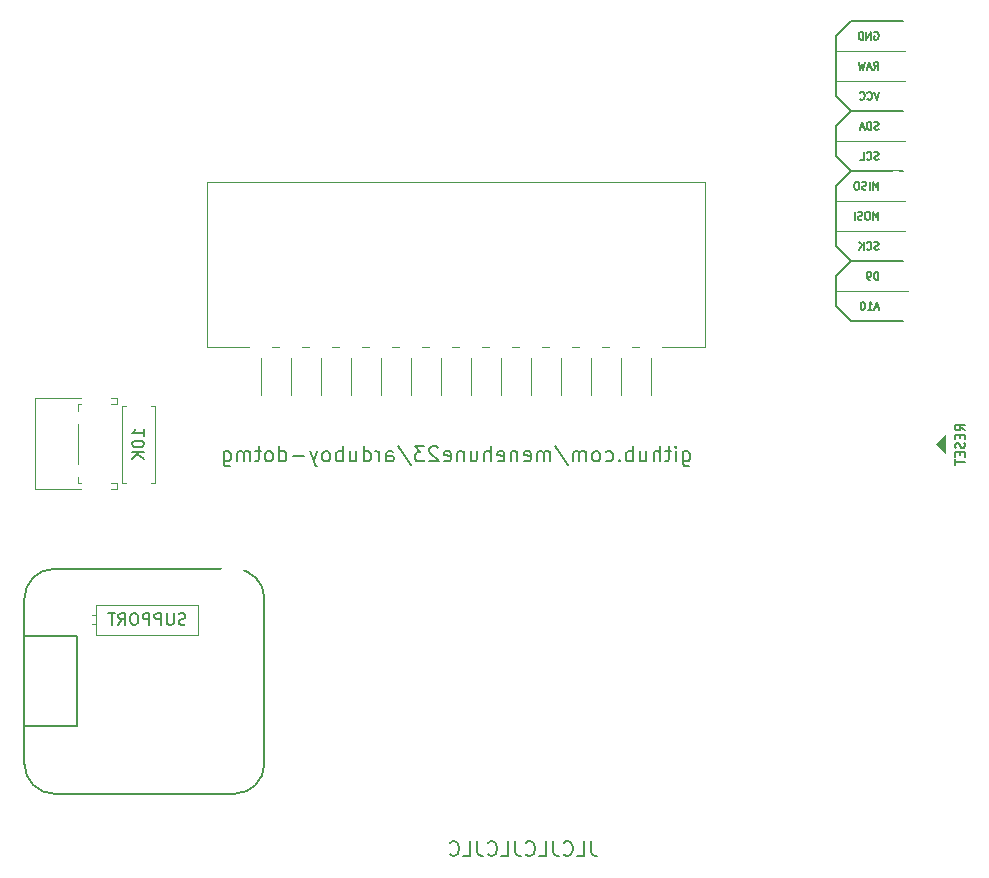
<source format=gbr>
G04 #@! TF.GenerationSoftware,KiCad,Pcbnew,(5.1.9-0-10_14)*
G04 #@! TF.CreationDate,2021-07-12T01:18:58-07:00*
G04 #@! TF.ProjectId,system,73797374-656d-42e6-9b69-6361645f7063,1.0-dev6*
G04 #@! TF.SameCoordinates,Original*
G04 #@! TF.FileFunction,Legend,Bot*
G04 #@! TF.FilePolarity,Positive*
%FSLAX46Y46*%
G04 Gerber Fmt 4.6, Leading zero omitted, Abs format (unit mm)*
G04 Created by KiCad (PCBNEW (5.1.9-0-10_14)) date 2021-07-12 01:18:58*
%MOMM*%
%LPD*%
G01*
G04 APERTURE LIST*
%ADD10C,0.200000*%
%ADD11C,0.196850*%
%ADD12C,0.150000*%
%ADD13C,0.100000*%
%ADD14C,0.120000*%
%ADD15C,0.127000*%
%ADD16O,1.801600X1.801600*%
%ADD17C,1.801600*%
%ADD18C,1.851600*%
%ADD19C,2.101600*%
%ADD20C,3.851600*%
%ADD21C,1.401600*%
%ADD22C,0.609600*%
%ADD23C,5.501599*%
%ADD24C,5.501600*%
%ADD25C,1.701600*%
%ADD26O,1.701600X1.701600*%
%ADD27C,1.625600*%
%ADD28C,2.201600*%
G04 APERTURE END LIST*
D10*
X151107238Y-151715476D02*
X151107238Y-152608333D01*
X151166761Y-152786904D01*
X151285809Y-152905952D01*
X151464380Y-152965476D01*
X151583428Y-152965476D01*
X149916761Y-152965476D02*
X150512000Y-152965476D01*
X150512000Y-151715476D01*
X148785809Y-152846428D02*
X148845333Y-152905952D01*
X149023904Y-152965476D01*
X149142952Y-152965476D01*
X149321523Y-152905952D01*
X149440571Y-152786904D01*
X149500095Y-152667857D01*
X149559619Y-152429761D01*
X149559619Y-152251190D01*
X149500095Y-152013095D01*
X149440571Y-151894047D01*
X149321523Y-151775000D01*
X149142952Y-151715476D01*
X149023904Y-151715476D01*
X148845333Y-151775000D01*
X148785809Y-151834523D01*
X147892952Y-151715476D02*
X147892952Y-152608333D01*
X147952476Y-152786904D01*
X148071523Y-152905952D01*
X148250095Y-152965476D01*
X148369142Y-152965476D01*
X146702476Y-152965476D02*
X147297714Y-152965476D01*
X147297714Y-151715476D01*
X145571523Y-152846428D02*
X145631047Y-152905952D01*
X145809619Y-152965476D01*
X145928666Y-152965476D01*
X146107238Y-152905952D01*
X146226285Y-152786904D01*
X146285809Y-152667857D01*
X146345333Y-152429761D01*
X146345333Y-152251190D01*
X146285809Y-152013095D01*
X146226285Y-151894047D01*
X146107238Y-151775000D01*
X145928666Y-151715476D01*
X145809619Y-151715476D01*
X145631047Y-151775000D01*
X145571523Y-151834523D01*
X144678666Y-151715476D02*
X144678666Y-152608333D01*
X144738190Y-152786904D01*
X144857238Y-152905952D01*
X145035809Y-152965476D01*
X145154857Y-152965476D01*
X143488190Y-152965476D02*
X144083428Y-152965476D01*
X144083428Y-151715476D01*
X142357238Y-152846428D02*
X142416761Y-152905952D01*
X142595333Y-152965476D01*
X142714380Y-152965476D01*
X142892952Y-152905952D01*
X143012000Y-152786904D01*
X143071523Y-152667857D01*
X143131047Y-152429761D01*
X143131047Y-152251190D01*
X143071523Y-152013095D01*
X143012000Y-151894047D01*
X142892952Y-151775000D01*
X142714380Y-151715476D01*
X142595333Y-151715476D01*
X142416761Y-151775000D01*
X142357238Y-151834523D01*
X141464380Y-151715476D02*
X141464380Y-152608333D01*
X141523904Y-152786904D01*
X141642952Y-152905952D01*
X141821523Y-152965476D01*
X141940571Y-152965476D01*
X140273904Y-152965476D02*
X140869142Y-152965476D01*
X140869142Y-151715476D01*
X139142952Y-152846428D02*
X139202476Y-152905952D01*
X139381047Y-152965476D01*
X139500095Y-152965476D01*
X139678666Y-152905952D01*
X139797714Y-152786904D01*
X139857238Y-152667857D01*
X139916761Y-152429761D01*
X139916761Y-152251190D01*
X139857238Y-152013095D01*
X139797714Y-151894047D01*
X139678666Y-151775000D01*
X139500095Y-151715476D01*
X139381047Y-151715476D01*
X139202476Y-151775000D01*
X139142952Y-151834523D01*
D11*
X158870952Y-118726857D02*
X158870952Y-119754952D01*
X158931428Y-119875904D01*
X158991904Y-119936380D01*
X159112857Y-119996857D01*
X159294285Y-119996857D01*
X159415238Y-119936380D01*
X158870952Y-119513047D02*
X158991904Y-119573523D01*
X159233809Y-119573523D01*
X159354761Y-119513047D01*
X159415238Y-119452571D01*
X159475714Y-119331619D01*
X159475714Y-118968761D01*
X159415238Y-118847809D01*
X159354761Y-118787333D01*
X159233809Y-118726857D01*
X158991904Y-118726857D01*
X158870952Y-118787333D01*
X158266190Y-119573523D02*
X158266190Y-118726857D01*
X158266190Y-118303523D02*
X158326666Y-118364000D01*
X158266190Y-118424476D01*
X158205714Y-118364000D01*
X158266190Y-118303523D01*
X158266190Y-118424476D01*
X157842857Y-118726857D02*
X157359047Y-118726857D01*
X157661428Y-118303523D02*
X157661428Y-119392095D01*
X157600952Y-119513047D01*
X157480000Y-119573523D01*
X157359047Y-119573523D01*
X156935714Y-119573523D02*
X156935714Y-118303523D01*
X156391428Y-119573523D02*
X156391428Y-118908285D01*
X156451904Y-118787333D01*
X156572857Y-118726857D01*
X156754285Y-118726857D01*
X156875238Y-118787333D01*
X156935714Y-118847809D01*
X155242380Y-118726857D02*
X155242380Y-119573523D01*
X155786666Y-118726857D02*
X155786666Y-119392095D01*
X155726190Y-119513047D01*
X155605238Y-119573523D01*
X155423809Y-119573523D01*
X155302857Y-119513047D01*
X155242380Y-119452571D01*
X154637619Y-119573523D02*
X154637619Y-118303523D01*
X154637619Y-118787333D02*
X154516666Y-118726857D01*
X154274761Y-118726857D01*
X154153809Y-118787333D01*
X154093333Y-118847809D01*
X154032857Y-118968761D01*
X154032857Y-119331619D01*
X154093333Y-119452571D01*
X154153809Y-119513047D01*
X154274761Y-119573523D01*
X154516666Y-119573523D01*
X154637619Y-119513047D01*
X153488571Y-119452571D02*
X153428095Y-119513047D01*
X153488571Y-119573523D01*
X153549047Y-119513047D01*
X153488571Y-119452571D01*
X153488571Y-119573523D01*
X152339523Y-119513047D02*
X152460476Y-119573523D01*
X152702380Y-119573523D01*
X152823333Y-119513047D01*
X152883809Y-119452571D01*
X152944285Y-119331619D01*
X152944285Y-118968761D01*
X152883809Y-118847809D01*
X152823333Y-118787333D01*
X152702380Y-118726857D01*
X152460476Y-118726857D01*
X152339523Y-118787333D01*
X151613809Y-119573523D02*
X151734761Y-119513047D01*
X151795238Y-119452571D01*
X151855714Y-119331619D01*
X151855714Y-118968761D01*
X151795238Y-118847809D01*
X151734761Y-118787333D01*
X151613809Y-118726857D01*
X151432380Y-118726857D01*
X151311428Y-118787333D01*
X151250952Y-118847809D01*
X151190476Y-118968761D01*
X151190476Y-119331619D01*
X151250952Y-119452571D01*
X151311428Y-119513047D01*
X151432380Y-119573523D01*
X151613809Y-119573523D01*
X150646190Y-119573523D02*
X150646190Y-118726857D01*
X150646190Y-118847809D02*
X150585714Y-118787333D01*
X150464761Y-118726857D01*
X150283333Y-118726857D01*
X150162380Y-118787333D01*
X150101904Y-118908285D01*
X150101904Y-119573523D01*
X150101904Y-118908285D02*
X150041428Y-118787333D01*
X149920476Y-118726857D01*
X149739047Y-118726857D01*
X149618095Y-118787333D01*
X149557619Y-118908285D01*
X149557619Y-119573523D01*
X148045714Y-118243047D02*
X149134285Y-119875904D01*
X147622380Y-119573523D02*
X147622380Y-118726857D01*
X147622380Y-118847809D02*
X147561904Y-118787333D01*
X147440952Y-118726857D01*
X147259523Y-118726857D01*
X147138571Y-118787333D01*
X147078095Y-118908285D01*
X147078095Y-119573523D01*
X147078095Y-118908285D02*
X147017619Y-118787333D01*
X146896666Y-118726857D01*
X146715238Y-118726857D01*
X146594285Y-118787333D01*
X146533809Y-118908285D01*
X146533809Y-119573523D01*
X145445238Y-119513047D02*
X145566190Y-119573523D01*
X145808095Y-119573523D01*
X145929047Y-119513047D01*
X145989523Y-119392095D01*
X145989523Y-118908285D01*
X145929047Y-118787333D01*
X145808095Y-118726857D01*
X145566190Y-118726857D01*
X145445238Y-118787333D01*
X145384761Y-118908285D01*
X145384761Y-119029238D01*
X145989523Y-119150190D01*
X144840476Y-118726857D02*
X144840476Y-119573523D01*
X144840476Y-118847809D02*
X144780000Y-118787333D01*
X144659047Y-118726857D01*
X144477619Y-118726857D01*
X144356666Y-118787333D01*
X144296190Y-118908285D01*
X144296190Y-119573523D01*
X143207619Y-119513047D02*
X143328571Y-119573523D01*
X143570476Y-119573523D01*
X143691428Y-119513047D01*
X143751904Y-119392095D01*
X143751904Y-118908285D01*
X143691428Y-118787333D01*
X143570476Y-118726857D01*
X143328571Y-118726857D01*
X143207619Y-118787333D01*
X143147142Y-118908285D01*
X143147142Y-119029238D01*
X143751904Y-119150190D01*
X142602857Y-119573523D02*
X142602857Y-118303523D01*
X142058571Y-119573523D02*
X142058571Y-118908285D01*
X142119047Y-118787333D01*
X142240000Y-118726857D01*
X142421428Y-118726857D01*
X142542380Y-118787333D01*
X142602857Y-118847809D01*
X140909523Y-118726857D02*
X140909523Y-119573523D01*
X141453809Y-118726857D02*
X141453809Y-119392095D01*
X141393333Y-119513047D01*
X141272380Y-119573523D01*
X141090952Y-119573523D01*
X140970000Y-119513047D01*
X140909523Y-119452571D01*
X140304761Y-118726857D02*
X140304761Y-119573523D01*
X140304761Y-118847809D02*
X140244285Y-118787333D01*
X140123333Y-118726857D01*
X139941904Y-118726857D01*
X139820952Y-118787333D01*
X139760476Y-118908285D01*
X139760476Y-119573523D01*
X138671904Y-119513047D02*
X138792857Y-119573523D01*
X139034761Y-119573523D01*
X139155714Y-119513047D01*
X139216190Y-119392095D01*
X139216190Y-118908285D01*
X139155714Y-118787333D01*
X139034761Y-118726857D01*
X138792857Y-118726857D01*
X138671904Y-118787333D01*
X138611428Y-118908285D01*
X138611428Y-119029238D01*
X139216190Y-119150190D01*
X138127619Y-118424476D02*
X138067142Y-118364000D01*
X137946190Y-118303523D01*
X137643809Y-118303523D01*
X137522857Y-118364000D01*
X137462380Y-118424476D01*
X137401904Y-118545428D01*
X137401904Y-118666380D01*
X137462380Y-118847809D01*
X138188095Y-119573523D01*
X137401904Y-119573523D01*
X136978571Y-118303523D02*
X136192380Y-118303523D01*
X136615714Y-118787333D01*
X136434285Y-118787333D01*
X136313333Y-118847809D01*
X136252857Y-118908285D01*
X136192380Y-119029238D01*
X136192380Y-119331619D01*
X136252857Y-119452571D01*
X136313333Y-119513047D01*
X136434285Y-119573523D01*
X136797142Y-119573523D01*
X136918095Y-119513047D01*
X136978571Y-119452571D01*
X134740952Y-118243047D02*
X135829523Y-119875904D01*
X133773333Y-119573523D02*
X133773333Y-118908285D01*
X133833809Y-118787333D01*
X133954761Y-118726857D01*
X134196666Y-118726857D01*
X134317619Y-118787333D01*
X133773333Y-119513047D02*
X133894285Y-119573523D01*
X134196666Y-119573523D01*
X134317619Y-119513047D01*
X134378095Y-119392095D01*
X134378095Y-119271142D01*
X134317619Y-119150190D01*
X134196666Y-119089714D01*
X133894285Y-119089714D01*
X133773333Y-119029238D01*
X133168571Y-119573523D02*
X133168571Y-118726857D01*
X133168571Y-118968761D02*
X133108095Y-118847809D01*
X133047619Y-118787333D01*
X132926666Y-118726857D01*
X132805714Y-118726857D01*
X131838095Y-119573523D02*
X131838095Y-118303523D01*
X131838095Y-119513047D02*
X131959047Y-119573523D01*
X132200952Y-119573523D01*
X132321904Y-119513047D01*
X132382380Y-119452571D01*
X132442857Y-119331619D01*
X132442857Y-118968761D01*
X132382380Y-118847809D01*
X132321904Y-118787333D01*
X132200952Y-118726857D01*
X131959047Y-118726857D01*
X131838095Y-118787333D01*
X130689047Y-118726857D02*
X130689047Y-119573523D01*
X131233333Y-118726857D02*
X131233333Y-119392095D01*
X131172857Y-119513047D01*
X131051904Y-119573523D01*
X130870476Y-119573523D01*
X130749523Y-119513047D01*
X130689047Y-119452571D01*
X130084285Y-119573523D02*
X130084285Y-118303523D01*
X130084285Y-118787333D02*
X129963333Y-118726857D01*
X129721428Y-118726857D01*
X129600476Y-118787333D01*
X129540000Y-118847809D01*
X129479523Y-118968761D01*
X129479523Y-119331619D01*
X129540000Y-119452571D01*
X129600476Y-119513047D01*
X129721428Y-119573523D01*
X129963333Y-119573523D01*
X130084285Y-119513047D01*
X128753809Y-119573523D02*
X128874761Y-119513047D01*
X128935238Y-119452571D01*
X128995714Y-119331619D01*
X128995714Y-118968761D01*
X128935238Y-118847809D01*
X128874761Y-118787333D01*
X128753809Y-118726857D01*
X128572380Y-118726857D01*
X128451428Y-118787333D01*
X128390952Y-118847809D01*
X128330476Y-118968761D01*
X128330476Y-119331619D01*
X128390952Y-119452571D01*
X128451428Y-119513047D01*
X128572380Y-119573523D01*
X128753809Y-119573523D01*
X127907142Y-118726857D02*
X127604761Y-119573523D01*
X127302380Y-118726857D02*
X127604761Y-119573523D01*
X127725714Y-119875904D01*
X127786190Y-119936380D01*
X127907142Y-119996857D01*
X126818571Y-119089714D02*
X125850952Y-119089714D01*
X124701904Y-119573523D02*
X124701904Y-118303523D01*
X124701904Y-119513047D02*
X124822857Y-119573523D01*
X125064761Y-119573523D01*
X125185714Y-119513047D01*
X125246190Y-119452571D01*
X125306666Y-119331619D01*
X125306666Y-118968761D01*
X125246190Y-118847809D01*
X125185714Y-118787333D01*
X125064761Y-118726857D01*
X124822857Y-118726857D01*
X124701904Y-118787333D01*
X123915714Y-119573523D02*
X124036666Y-119513047D01*
X124097142Y-119452571D01*
X124157619Y-119331619D01*
X124157619Y-118968761D01*
X124097142Y-118847809D01*
X124036666Y-118787333D01*
X123915714Y-118726857D01*
X123734285Y-118726857D01*
X123613333Y-118787333D01*
X123552857Y-118847809D01*
X123492380Y-118968761D01*
X123492380Y-119331619D01*
X123552857Y-119452571D01*
X123613333Y-119513047D01*
X123734285Y-119573523D01*
X123915714Y-119573523D01*
X123129523Y-118726857D02*
X122645714Y-118726857D01*
X122948095Y-118303523D02*
X122948095Y-119392095D01*
X122887619Y-119513047D01*
X122766666Y-119573523D01*
X122645714Y-119573523D01*
X122222380Y-119573523D02*
X122222380Y-118726857D01*
X122222380Y-118847809D02*
X122161904Y-118787333D01*
X122040952Y-118726857D01*
X121859523Y-118726857D01*
X121738571Y-118787333D01*
X121678095Y-118908285D01*
X121678095Y-119573523D01*
X121678095Y-118908285D02*
X121617619Y-118787333D01*
X121496666Y-118726857D01*
X121315238Y-118726857D01*
X121194285Y-118787333D01*
X121133809Y-118908285D01*
X121133809Y-119573523D01*
X119984761Y-118726857D02*
X119984761Y-119754952D01*
X120045238Y-119875904D01*
X120105714Y-119936380D01*
X120226666Y-119996857D01*
X120408095Y-119996857D01*
X120529047Y-119936380D01*
X119984761Y-119513047D02*
X120105714Y-119573523D01*
X120347619Y-119573523D01*
X120468571Y-119513047D01*
X120529047Y-119452571D01*
X120589523Y-119331619D01*
X120589523Y-118968761D01*
X120529047Y-118847809D01*
X120468571Y-118787333D01*
X120347619Y-118726857D01*
X120105714Y-118726857D01*
X119984761Y-118787333D01*
D12*
X182733904Y-116948095D02*
X182352952Y-116681428D01*
X182733904Y-116490952D02*
X181933904Y-116490952D01*
X181933904Y-116795714D01*
X181972000Y-116871904D01*
X182010095Y-116910000D01*
X182086285Y-116948095D01*
X182200571Y-116948095D01*
X182276761Y-116910000D01*
X182314857Y-116871904D01*
X182352952Y-116795714D01*
X182352952Y-116490952D01*
X182314857Y-117290952D02*
X182314857Y-117557619D01*
X182733904Y-117671904D02*
X182733904Y-117290952D01*
X181933904Y-117290952D01*
X181933904Y-117671904D01*
X182695809Y-117976666D02*
X182733904Y-118090952D01*
X182733904Y-118281428D01*
X182695809Y-118357619D01*
X182657714Y-118395714D01*
X182581523Y-118433809D01*
X182505333Y-118433809D01*
X182429142Y-118395714D01*
X182391047Y-118357619D01*
X182352952Y-118281428D01*
X182314857Y-118129047D01*
X182276761Y-118052857D01*
X182238666Y-118014761D01*
X182162476Y-117976666D01*
X182086285Y-117976666D01*
X182010095Y-118014761D01*
X181972000Y-118052857D01*
X181933904Y-118129047D01*
X181933904Y-118319523D01*
X181972000Y-118433809D01*
X182314857Y-118776666D02*
X182314857Y-119043333D01*
X182733904Y-119157619D02*
X182733904Y-118776666D01*
X181933904Y-118776666D01*
X181933904Y-119157619D01*
X181933904Y-119386190D02*
X181933904Y-119843333D01*
X182733904Y-119614761D02*
X181933904Y-119614761D01*
D13*
G36*
X181038500Y-118872000D02*
G01*
X180276500Y-118110000D01*
X181038500Y-117348000D01*
X181038500Y-118872000D01*
G37*
X181038500Y-118872000D02*
X180276500Y-118110000D01*
X181038500Y-117348000D01*
X181038500Y-118872000D01*
D14*
X117786000Y-134239000D02*
X109156000Y-134239000D01*
X109156000Y-133329000D02*
X108806000Y-133329000D01*
X109156000Y-132609000D02*
X108806000Y-132609000D01*
X117786000Y-131699000D02*
X109156000Y-131699000D01*
X109156000Y-134239000D02*
X109150000Y-131699000D01*
X117786000Y-134239000D02*
X117786000Y-131699000D01*
D13*
X171831000Y-84836000D02*
X177673000Y-84836000D01*
D12*
X173101000Y-107696000D02*
X177546000Y-107696000D01*
X171831000Y-106426000D02*
X171831000Y-103886000D01*
X171831000Y-101346000D02*
X171831000Y-96266000D01*
X173101000Y-102616000D02*
X171831000Y-101346000D01*
X173101000Y-94996000D02*
X171831000Y-96266000D01*
X173101000Y-94996000D02*
X177546000Y-94996000D01*
X173101000Y-94996000D02*
X171831000Y-93726000D01*
X173101000Y-89916000D02*
X177546000Y-89916000D01*
X171831000Y-93726000D02*
X171831000Y-91186000D01*
X173101000Y-89916000D02*
X171831000Y-91186000D01*
X173101000Y-89916000D02*
X171831000Y-88646000D01*
D13*
X171831000Y-105156000D02*
X177927000Y-105156000D01*
X171831000Y-100076000D02*
X177673000Y-100076000D01*
X171831000Y-97536000D02*
X177673000Y-97536000D01*
X171831000Y-92456000D02*
X177673000Y-92456000D01*
X171831000Y-87376000D02*
X177673000Y-87376000D01*
D12*
X173101000Y-102616000D02*
X177546000Y-102616000D01*
X173101000Y-102616000D02*
X171831000Y-103886000D01*
X173101000Y-107696000D02*
X171831000Y-106426000D01*
X173101000Y-82296000D02*
X171831000Y-83566000D01*
X171831000Y-88646000D02*
X171831000Y-83566000D01*
X173101000Y-82296000D02*
X177546000Y-82296000D01*
D14*
X160780000Y-95920000D02*
X118620000Y-95920000D01*
X118620000Y-109920000D02*
X118620000Y-95920000D01*
X123190000Y-115000000D02*
X123190000Y-109920000D01*
X125730000Y-115000000D02*
X125730000Y-109920000D01*
X128270000Y-115000000D02*
X128270000Y-109920000D01*
X130810000Y-115000000D02*
X130810000Y-109920000D01*
X133350000Y-115000000D02*
X133350000Y-109920000D01*
X135890000Y-115000000D02*
X135890000Y-109920000D01*
X138430000Y-115000000D02*
X138430000Y-109920000D01*
X140970000Y-115000000D02*
X140970000Y-109920000D01*
X143510000Y-115000000D02*
X143510000Y-109920000D01*
X146050000Y-115000000D02*
X146050000Y-109920000D01*
X148590000Y-115000000D02*
X148590000Y-109920000D01*
X151130000Y-115000000D02*
X151130000Y-109920000D01*
X153670000Y-115000000D02*
X153670000Y-109920000D01*
X156210000Y-115000000D02*
X156210000Y-109920000D01*
X160780000Y-109920000D02*
X118620000Y-109920000D01*
X160780000Y-109920000D02*
X160780000Y-95920000D01*
X114146000Y-121380000D02*
X113816000Y-121380000D01*
X114146000Y-114840000D02*
X114146000Y-121380000D01*
X113816000Y-114840000D02*
X114146000Y-114840000D01*
X111406000Y-121380000D02*
X111736000Y-121380000D01*
X111406000Y-114840000D02*
X111406000Y-121380000D01*
X111736000Y-114840000D02*
X111406000Y-114840000D01*
X107650000Y-116374000D02*
X107650000Y-119774000D01*
X107650000Y-114734000D02*
X107650000Y-115274000D01*
X110480000Y-121934000D02*
X110990000Y-121934000D01*
X110990000Y-121414000D02*
X110990000Y-121934000D01*
X110480000Y-121414000D02*
X110990000Y-121414000D01*
X107650000Y-120874000D02*
X107650000Y-121414000D01*
X110480000Y-114214000D02*
X110990000Y-114214000D01*
X110480000Y-114734000D02*
X110990000Y-114734000D01*
X107650000Y-121414000D02*
X107880000Y-121414000D01*
X103980000Y-114214000D02*
X107880000Y-114214000D01*
X110990000Y-114214000D02*
X110990000Y-114734000D01*
X103980000Y-121934000D02*
X107880000Y-121934000D01*
X103980000Y-114214000D02*
X103980000Y-121934000D01*
X107650000Y-114734000D02*
X107880000Y-114734000D01*
D12*
X107569000Y-134366000D02*
X103124000Y-134366000D01*
X107569000Y-141986000D02*
X107569000Y-134366000D01*
X103124000Y-141986000D02*
X107569000Y-141986000D01*
X120904000Y-147701000D02*
X105664000Y-147701000D01*
X120904000Y-128651000D02*
X105664000Y-128651000D01*
X103124000Y-145161000D02*
X103124000Y-131191000D01*
X123444000Y-145161000D02*
X123444000Y-131191000D01*
X120904000Y-147701000D02*
G75*
G03*
X123444000Y-145161000I0J2540000D01*
G01*
X103124000Y-145161000D02*
G75*
G03*
X105664000Y-147701000I2540000J0D01*
G01*
X105664000Y-128651000D02*
G75*
G03*
X103124000Y-131191000I0J-2540000D01*
G01*
X123444000Y-131191000D02*
G75*
G03*
X120904000Y-128651000I-2540000J0D01*
G01*
X116752285Y-133373761D02*
X116609428Y-133421380D01*
X116371333Y-133421380D01*
X116276095Y-133373761D01*
X116228476Y-133326142D01*
X116180857Y-133230904D01*
X116180857Y-133135666D01*
X116228476Y-133040428D01*
X116276095Y-132992809D01*
X116371333Y-132945190D01*
X116561809Y-132897571D01*
X116657047Y-132849952D01*
X116704666Y-132802333D01*
X116752285Y-132707095D01*
X116752285Y-132611857D01*
X116704666Y-132516619D01*
X116657047Y-132469000D01*
X116561809Y-132421380D01*
X116323714Y-132421380D01*
X116180857Y-132469000D01*
X115752285Y-132421380D02*
X115752285Y-133230904D01*
X115704666Y-133326142D01*
X115657047Y-133373761D01*
X115561809Y-133421380D01*
X115371333Y-133421380D01*
X115276095Y-133373761D01*
X115228476Y-133326142D01*
X115180857Y-133230904D01*
X115180857Y-132421380D01*
X114704666Y-133421380D02*
X114704666Y-132421380D01*
X114323714Y-132421380D01*
X114228476Y-132469000D01*
X114180857Y-132516619D01*
X114133238Y-132611857D01*
X114133238Y-132754714D01*
X114180857Y-132849952D01*
X114228476Y-132897571D01*
X114323714Y-132945190D01*
X114704666Y-132945190D01*
X113704666Y-133421380D02*
X113704666Y-132421380D01*
X113323714Y-132421380D01*
X113228476Y-132469000D01*
X113180857Y-132516619D01*
X113133238Y-132611857D01*
X113133238Y-132754714D01*
X113180857Y-132849952D01*
X113228476Y-132897571D01*
X113323714Y-132945190D01*
X113704666Y-132945190D01*
X112514190Y-132421380D02*
X112323714Y-132421380D01*
X112228476Y-132469000D01*
X112133238Y-132564238D01*
X112085619Y-132754714D01*
X112085619Y-133088047D01*
X112133238Y-133278523D01*
X112228476Y-133373761D01*
X112323714Y-133421380D01*
X112514190Y-133421380D01*
X112609428Y-133373761D01*
X112704666Y-133278523D01*
X112752285Y-133088047D01*
X112752285Y-132754714D01*
X112704666Y-132564238D01*
X112609428Y-132469000D01*
X112514190Y-132421380D01*
X111085619Y-133421380D02*
X111418952Y-132945190D01*
X111657047Y-133421380D02*
X111657047Y-132421380D01*
X111276095Y-132421380D01*
X111180857Y-132469000D01*
X111133238Y-132516619D01*
X111085619Y-132611857D01*
X111085619Y-132754714D01*
X111133238Y-132849952D01*
X111180857Y-132897571D01*
X111276095Y-132945190D01*
X111657047Y-132945190D01*
X110799904Y-132421380D02*
X110228476Y-132421380D01*
X110514190Y-133421380D02*
X110514190Y-132421380D01*
D15*
X175044402Y-86393261D02*
X175256069Y-86090880D01*
X175407259Y-86393261D02*
X175407259Y-85758261D01*
X175165354Y-85758261D01*
X175104878Y-85788500D01*
X175074640Y-85818738D01*
X175044402Y-85879214D01*
X175044402Y-85969928D01*
X175074640Y-86030404D01*
X175104878Y-86060642D01*
X175165354Y-86090880D01*
X175407259Y-86090880D01*
X174802497Y-86211833D02*
X174500116Y-86211833D01*
X174862973Y-86393261D02*
X174651307Y-85758261D01*
X174439640Y-86393261D01*
X174288450Y-85758261D02*
X174137259Y-86393261D01*
X174016307Y-85939690D01*
X173895354Y-86393261D01*
X173744164Y-85758261D01*
X175437497Y-106531833D02*
X175135116Y-106531833D01*
X175497973Y-106713261D02*
X175286307Y-106078261D01*
X175074640Y-106713261D01*
X174530354Y-106713261D02*
X174893211Y-106713261D01*
X174711783Y-106713261D02*
X174711783Y-106078261D01*
X174772259Y-106168976D01*
X174832735Y-106229452D01*
X174893211Y-106259690D01*
X174137259Y-106078261D02*
X174076783Y-106078261D01*
X174016307Y-106108500D01*
X173986069Y-106138738D01*
X173955830Y-106199214D01*
X173925592Y-106320166D01*
X173925592Y-106471357D01*
X173955830Y-106592309D01*
X173986069Y-106652785D01*
X174016307Y-106683023D01*
X174076783Y-106713261D01*
X174137259Y-106713261D01*
X174197735Y-106683023D01*
X174227973Y-106652785D01*
X174258211Y-106592309D01*
X174288450Y-106471357D01*
X174288450Y-106320166D01*
X174258211Y-106199214D01*
X174227973Y-106138738D01*
X174197735Y-106108500D01*
X174137259Y-106078261D01*
X175407259Y-104173261D02*
X175407259Y-103538261D01*
X175256069Y-103538261D01*
X175165354Y-103568500D01*
X175104878Y-103628976D01*
X175074640Y-103689452D01*
X175044402Y-103810404D01*
X175044402Y-103901119D01*
X175074640Y-104022071D01*
X175104878Y-104082547D01*
X175165354Y-104143023D01*
X175256069Y-104173261D01*
X175407259Y-104173261D01*
X174742021Y-104173261D02*
X174621069Y-104173261D01*
X174560592Y-104143023D01*
X174530354Y-104112785D01*
X174469878Y-104022071D01*
X174439640Y-103901119D01*
X174439640Y-103659214D01*
X174469878Y-103598738D01*
X174500116Y-103568500D01*
X174560592Y-103538261D01*
X174681545Y-103538261D01*
X174742021Y-103568500D01*
X174772259Y-103598738D01*
X174802497Y-103659214D01*
X174802497Y-103810404D01*
X174772259Y-103870880D01*
X174742021Y-103901119D01*
X174681545Y-103931357D01*
X174560592Y-103931357D01*
X174500116Y-103901119D01*
X174469878Y-103870880D01*
X174439640Y-103810404D01*
X175437497Y-93983023D02*
X175346783Y-94013261D01*
X175195592Y-94013261D01*
X175135116Y-93983023D01*
X175104878Y-93952785D01*
X175074640Y-93892309D01*
X175074640Y-93831833D01*
X175104878Y-93771357D01*
X175135116Y-93741119D01*
X175195592Y-93710880D01*
X175316545Y-93680642D01*
X175377021Y-93650404D01*
X175407259Y-93620166D01*
X175437497Y-93559690D01*
X175437497Y-93499214D01*
X175407259Y-93438738D01*
X175377021Y-93408500D01*
X175316545Y-93378261D01*
X175165354Y-93378261D01*
X175074640Y-93408500D01*
X174439640Y-93952785D02*
X174469878Y-93983023D01*
X174560592Y-94013261D01*
X174621069Y-94013261D01*
X174711783Y-93983023D01*
X174772259Y-93922547D01*
X174802497Y-93862071D01*
X174832735Y-93741119D01*
X174832735Y-93650404D01*
X174802497Y-93529452D01*
X174772259Y-93468976D01*
X174711783Y-93408500D01*
X174621069Y-93378261D01*
X174560592Y-93378261D01*
X174469878Y-93408500D01*
X174439640Y-93438738D01*
X173865116Y-94013261D02*
X174167497Y-94013261D01*
X174167497Y-93378261D01*
X175407259Y-96553261D02*
X175407259Y-95918261D01*
X175195592Y-96371833D01*
X174983926Y-95918261D01*
X174983926Y-96553261D01*
X174681545Y-96553261D02*
X174681545Y-95918261D01*
X174409402Y-96523023D02*
X174318688Y-96553261D01*
X174167497Y-96553261D01*
X174107021Y-96523023D01*
X174076783Y-96492785D01*
X174046545Y-96432309D01*
X174046545Y-96371833D01*
X174076783Y-96311357D01*
X174107021Y-96281119D01*
X174167497Y-96250880D01*
X174288450Y-96220642D01*
X174348926Y-96190404D01*
X174379164Y-96160166D01*
X174409402Y-96099690D01*
X174409402Y-96039214D01*
X174379164Y-95978738D01*
X174348926Y-95948500D01*
X174288450Y-95918261D01*
X174137259Y-95918261D01*
X174046545Y-95948500D01*
X173653450Y-95918261D02*
X173532497Y-95918261D01*
X173472021Y-95948500D01*
X173411545Y-96008976D01*
X173381307Y-96129928D01*
X173381307Y-96341595D01*
X173411545Y-96462547D01*
X173472021Y-96523023D01*
X173532497Y-96553261D01*
X173653450Y-96553261D01*
X173713926Y-96523023D01*
X173774402Y-96462547D01*
X173804640Y-96341595D01*
X173804640Y-96129928D01*
X173774402Y-96008976D01*
X173713926Y-95948500D01*
X173653450Y-95918261D01*
X175437497Y-101603023D02*
X175346783Y-101633261D01*
X175195592Y-101633261D01*
X175135116Y-101603023D01*
X175104878Y-101572785D01*
X175074640Y-101512309D01*
X175074640Y-101451833D01*
X175104878Y-101391357D01*
X175135116Y-101361119D01*
X175195592Y-101330880D01*
X175316545Y-101300642D01*
X175377021Y-101270404D01*
X175407259Y-101240166D01*
X175437497Y-101179690D01*
X175437497Y-101119214D01*
X175407259Y-101058738D01*
X175377021Y-101028500D01*
X175316545Y-100998261D01*
X175165354Y-100998261D01*
X175074640Y-101028500D01*
X174439640Y-101572785D02*
X174469878Y-101603023D01*
X174560592Y-101633261D01*
X174621069Y-101633261D01*
X174711783Y-101603023D01*
X174772259Y-101542547D01*
X174802497Y-101482071D01*
X174832735Y-101361119D01*
X174832735Y-101270404D01*
X174802497Y-101149452D01*
X174772259Y-101088976D01*
X174711783Y-101028500D01*
X174621069Y-100998261D01*
X174560592Y-100998261D01*
X174469878Y-101028500D01*
X174439640Y-101058738D01*
X174167497Y-101633261D02*
X174167497Y-100998261D01*
X173804640Y-101633261D02*
X174076783Y-101270404D01*
X173804640Y-100998261D02*
X174167497Y-101361119D01*
X175497973Y-88298261D02*
X175286307Y-88933261D01*
X175074640Y-88298261D01*
X174500116Y-88872785D02*
X174530354Y-88903023D01*
X174621069Y-88933261D01*
X174681545Y-88933261D01*
X174772259Y-88903023D01*
X174832735Y-88842547D01*
X174862973Y-88782071D01*
X174893211Y-88661119D01*
X174893211Y-88570404D01*
X174862973Y-88449452D01*
X174832735Y-88388976D01*
X174772259Y-88328500D01*
X174681545Y-88298261D01*
X174621069Y-88298261D01*
X174530354Y-88328500D01*
X174500116Y-88358738D01*
X173865116Y-88872785D02*
X173895354Y-88903023D01*
X173986069Y-88933261D01*
X174046545Y-88933261D01*
X174137259Y-88903023D01*
X174197735Y-88842547D01*
X174227973Y-88782071D01*
X174258211Y-88661119D01*
X174258211Y-88570404D01*
X174227973Y-88449452D01*
X174197735Y-88388976D01*
X174137259Y-88328500D01*
X174046545Y-88298261D01*
X173986069Y-88298261D01*
X173895354Y-88328500D01*
X173865116Y-88358738D01*
X175407259Y-99093261D02*
X175407259Y-98458261D01*
X175195592Y-98911833D01*
X174983926Y-98458261D01*
X174983926Y-99093261D01*
X174560592Y-98458261D02*
X174439640Y-98458261D01*
X174379164Y-98488500D01*
X174318688Y-98548976D01*
X174288450Y-98669928D01*
X174288450Y-98881595D01*
X174318688Y-99002547D01*
X174379164Y-99063023D01*
X174439640Y-99093261D01*
X174560592Y-99093261D01*
X174621069Y-99063023D01*
X174681545Y-99002547D01*
X174711783Y-98881595D01*
X174711783Y-98669928D01*
X174681545Y-98548976D01*
X174621069Y-98488500D01*
X174560592Y-98458261D01*
X174046545Y-99063023D02*
X173955830Y-99093261D01*
X173804640Y-99093261D01*
X173744164Y-99063023D01*
X173713926Y-99032785D01*
X173683688Y-98972309D01*
X173683688Y-98911833D01*
X173713926Y-98851357D01*
X173744164Y-98821119D01*
X173804640Y-98790880D01*
X173925592Y-98760642D01*
X173986069Y-98730404D01*
X174016307Y-98700166D01*
X174046545Y-98639690D01*
X174046545Y-98579214D01*
X174016307Y-98518738D01*
X173986069Y-98488500D01*
X173925592Y-98458261D01*
X173774402Y-98458261D01*
X173683688Y-98488500D01*
X173411545Y-99093261D02*
X173411545Y-98458261D01*
X175437497Y-91443023D02*
X175346783Y-91473261D01*
X175195592Y-91473261D01*
X175135116Y-91443023D01*
X175104878Y-91412785D01*
X175074640Y-91352309D01*
X175074640Y-91291833D01*
X175104878Y-91231357D01*
X175135116Y-91201119D01*
X175195592Y-91170880D01*
X175316545Y-91140642D01*
X175377021Y-91110404D01*
X175407259Y-91080166D01*
X175437497Y-91019690D01*
X175437497Y-90959214D01*
X175407259Y-90898738D01*
X175377021Y-90868500D01*
X175316545Y-90838261D01*
X175165354Y-90838261D01*
X175074640Y-90868500D01*
X174802497Y-91473261D02*
X174802497Y-90838261D01*
X174651307Y-90838261D01*
X174560592Y-90868500D01*
X174500116Y-90928976D01*
X174469878Y-90989452D01*
X174439640Y-91110404D01*
X174439640Y-91201119D01*
X174469878Y-91322071D01*
X174500116Y-91382547D01*
X174560592Y-91443023D01*
X174651307Y-91473261D01*
X174802497Y-91473261D01*
X174197735Y-91291833D02*
X173895354Y-91291833D01*
X174258211Y-91473261D02*
X174046545Y-90838261D01*
X173834878Y-91473261D01*
X175074640Y-83248500D02*
X175135116Y-83218261D01*
X175225830Y-83218261D01*
X175316545Y-83248500D01*
X175377021Y-83308976D01*
X175407259Y-83369452D01*
X175437497Y-83490404D01*
X175437497Y-83581119D01*
X175407259Y-83702071D01*
X175377021Y-83762547D01*
X175316545Y-83823023D01*
X175225830Y-83853261D01*
X175165354Y-83853261D01*
X175074640Y-83823023D01*
X175044402Y-83792785D01*
X175044402Y-83581119D01*
X175165354Y-83581119D01*
X174772259Y-83853261D02*
X174772259Y-83218261D01*
X174409402Y-83853261D01*
X174409402Y-83218261D01*
X174107021Y-83853261D02*
X174107021Y-83218261D01*
X173955830Y-83218261D01*
X173865116Y-83248500D01*
X173804640Y-83308976D01*
X173774402Y-83369452D01*
X173744164Y-83490404D01*
X173744164Y-83581119D01*
X173774402Y-83702071D01*
X173804640Y-83762547D01*
X173865116Y-83823023D01*
X173955830Y-83853261D01*
X174107021Y-83853261D01*
D12*
X113228380Y-117419523D02*
X113228380Y-116848095D01*
X113228380Y-117133809D02*
X112228380Y-117133809D01*
X112371238Y-117038571D01*
X112466476Y-116943333D01*
X112514095Y-116848095D01*
X112228380Y-118038571D02*
X112228380Y-118133809D01*
X112276000Y-118229047D01*
X112323619Y-118276666D01*
X112418857Y-118324285D01*
X112609333Y-118371904D01*
X112847428Y-118371904D01*
X113037904Y-118324285D01*
X113133142Y-118276666D01*
X113180761Y-118229047D01*
X113228380Y-118133809D01*
X113228380Y-118038571D01*
X113180761Y-117943333D01*
X113133142Y-117895714D01*
X113037904Y-117848095D01*
X112847428Y-117800476D01*
X112609333Y-117800476D01*
X112418857Y-117848095D01*
X112323619Y-117895714D01*
X112276000Y-117943333D01*
X112228380Y-118038571D01*
X113228380Y-118800476D02*
X112228380Y-118800476D01*
X113228380Y-119371904D02*
X112656952Y-118943333D01*
X112228380Y-119371904D02*
X112799809Y-118800476D01*
%LPC*%
D13*
G36*
X182753000Y-138684000D02*
G01*
X181356000Y-138430000D01*
X180594000Y-135763000D01*
X182753000Y-138684000D01*
G37*
X182753000Y-138684000D02*
X181356000Y-138430000D01*
X180594000Y-135763000D01*
X182753000Y-138684000D01*
G36*
X181737000Y-138176000D02*
G01*
X182499000Y-140843000D01*
X180340000Y-137922000D01*
X181737000Y-138176000D01*
G37*
X181737000Y-138176000D02*
X182499000Y-140843000D01*
X180340000Y-137922000D01*
X181737000Y-138176000D01*
D16*
X107696000Y-132969000D03*
X166116000Y-86106000D03*
X166116000Y-101346000D03*
X166116000Y-103886000D03*
X166116000Y-106426000D03*
X166116000Y-83566000D03*
D17*
X166116000Y-98806000D03*
D16*
X166116000Y-88646000D03*
X166116000Y-91186000D03*
X166116000Y-93726000D03*
D17*
X166116000Y-96266000D03*
G36*
G01*
X142851749Y-149328620D02*
X142851749Y-149328620D01*
G75*
G02*
X142362357Y-150880772I-1020772J-531380D01*
G01*
X142362357Y-150880772D01*
G75*
G02*
X140810205Y-150391380I-531380J1020772D01*
G01*
X140810205Y-150391380D01*
G75*
G02*
X141299597Y-148839228I1020772J531380D01*
G01*
X141299597Y-148839228D01*
G75*
G02*
X142851749Y-149328620I531380J-1020772D01*
G01*
G37*
G36*
G01*
X149102848Y-144834384D02*
X150118695Y-146785807D01*
G75*
G02*
X150097092Y-146854324I-45060J-23457D01*
G01*
X148145669Y-147870171D01*
G75*
G02*
X148077152Y-147848568I-23457J45060D01*
G01*
X147061305Y-145897145D01*
G75*
G02*
X147082908Y-145828628I45060J23457D01*
G01*
X149034331Y-144812781D01*
G75*
G02*
X149102848Y-144834384I23457J-45060D01*
G01*
G37*
G36*
G01*
X131830772Y-149328620D02*
X131830772Y-149328620D01*
G75*
G02*
X131341380Y-150880772I-1020772J-531380D01*
G01*
X131341380Y-150880772D01*
G75*
G02*
X129789228Y-150391380I-531380J1020772D01*
G01*
X129789228Y-150391380D01*
G75*
G02*
X130278620Y-148839228I1020772J531380D01*
G01*
X130278620Y-148839228D01*
G75*
G02*
X131830772Y-149328620I531380J-1020772D01*
G01*
G37*
G36*
G01*
X138081871Y-144834384D02*
X139097718Y-146785807D01*
G75*
G02*
X139076115Y-146854324I-45060J-23457D01*
G01*
X137124692Y-147870171D01*
G75*
G02*
X137056175Y-147848568I-23457J45060D01*
G01*
X136040328Y-145897145D01*
G75*
G02*
X136061931Y-145828628I45060J23457D01*
G01*
X138013354Y-144812781D01*
G75*
G02*
X138081871Y-144834384I23457J-45060D01*
G01*
G37*
D18*
X156210000Y-109920000D03*
X153670000Y-109920000D03*
X151130000Y-109920000D03*
X148590000Y-109920000D03*
X146050000Y-109920000D03*
X143510000Y-109920000D03*
X140970000Y-109920000D03*
X138430000Y-109920000D03*
X135890000Y-109920000D03*
X133350000Y-109920000D03*
X130810000Y-109920000D03*
X128270000Y-109920000D03*
X125730000Y-109920000D03*
X123190000Y-109920000D03*
X123190000Y-115000000D03*
X125730000Y-115000000D03*
X128270000Y-115000000D03*
X130810000Y-115000000D03*
X133350000Y-115000000D03*
X135890000Y-115000000D03*
X156210000Y-115000000D03*
X153670000Y-115000000D03*
X151130000Y-115000000D03*
X148590000Y-115000000D03*
X146050000Y-115000000D03*
X143510000Y-115000000D03*
X138430000Y-115000000D03*
X140970000Y-115000000D03*
D17*
X106200000Y-102616000D03*
X106200000Y-100076000D03*
X106200000Y-97536000D03*
X106200000Y-94996000D03*
X106200000Y-92456000D03*
X106200000Y-89916000D03*
X106200000Y-87376000D03*
D19*
X153852000Y-138303000D03*
X149352000Y-138303000D03*
X153852000Y-131803000D03*
X149352000Y-131803000D03*
X163631000Y-133350000D03*
X159131000Y-133350000D03*
X163631000Y-126850000D03*
X159131000Y-126850000D03*
X125186000Y-129234000D03*
X120686000Y-129234000D03*
X125186000Y-122734000D03*
X120686000Y-122734000D03*
X120686000Y-136958000D03*
X125186000Y-136958000D03*
X120686000Y-143458000D03*
X125186000Y-143458000D03*
X118074000Y-136346000D03*
X113574000Y-136346000D03*
X118074000Y-129846000D03*
X113574000Y-129846000D03*
X127798000Y-129846000D03*
X132298000Y-129846000D03*
X127798000Y-136346000D03*
X132298000Y-136346000D03*
D20*
X249999500Y-70104000D03*
X232854500Y-151130000D03*
X182181500Y-70104000D03*
X182181500Y-151130000D03*
D21*
X170434000Y-121920000D03*
X170434000Y-124460000D03*
X170434000Y-119380000D03*
D20*
X97218500Y-70104000D03*
X80073500Y-151130000D03*
X29400500Y-70104000D03*
X29400500Y-151130000D03*
D22*
X178911000Y-131318000D03*
X178911000Y-130429000D03*
X178911000Y-132207000D03*
X176879000Y-130429000D03*
X176879000Y-131318000D03*
X176879000Y-132207000D03*
X176879000Y-97028000D03*
X176879000Y-96139000D03*
X176879000Y-95250000D03*
X178911000Y-97028000D03*
X178911000Y-95250000D03*
X178911000Y-96139000D03*
X100489000Y-96139000D03*
X100489000Y-97028000D03*
X100489000Y-95250000D03*
X102521000Y-97028000D03*
X102521000Y-96139000D03*
X102521000Y-95250000D03*
X102521000Y-130429000D03*
X102521000Y-131318000D03*
X102521000Y-132207000D03*
X100489000Y-130429000D03*
X100489000Y-132207000D03*
X100489000Y-131318000D03*
D23*
X105791000Y-151130000D03*
X105791000Y-70104000D03*
X156464000Y-151130000D03*
D24*
X173609000Y-70104000D03*
D18*
X172426000Y-140208000D03*
X167426000Y-140208000D03*
D25*
X112776000Y-114300000D03*
D26*
X112776000Y-121920000D03*
D27*
X110794800Y-70866000D03*
X113284000Y-70866000D03*
X115773200Y-70866000D03*
D28*
X109170000Y-121584000D03*
D18*
X106680000Y-120324000D03*
X106680000Y-115824000D03*
D28*
X109170000Y-114574000D03*
D17*
X114554000Y-145161000D03*
X112014000Y-145161000D03*
X117094000Y-145161000D03*
X109474000Y-145161000D03*
M02*

</source>
